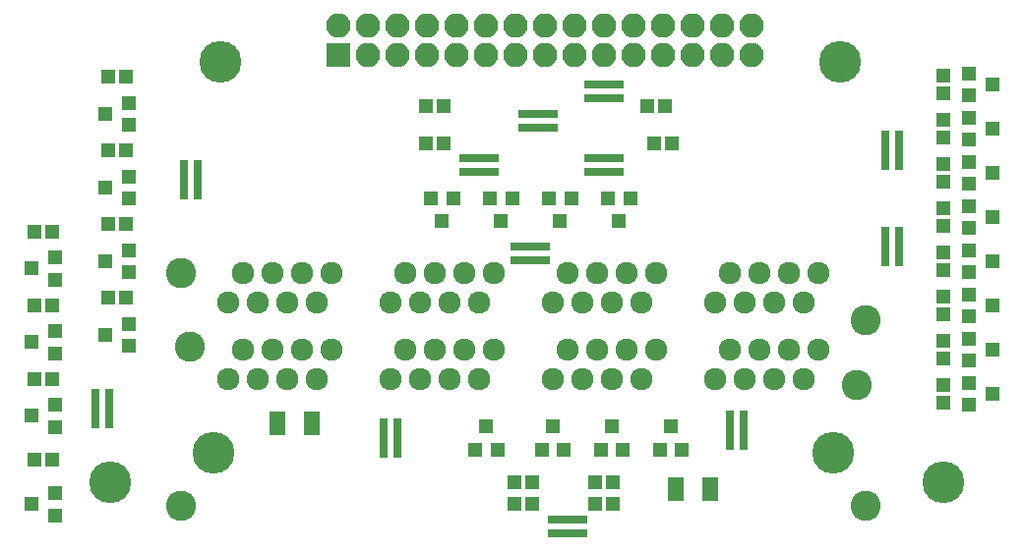
<source format=gbs>
G04 #@! TF.FileFunction,Soldermask,Bot*
%FSLAX46Y46*%
G04 Gerber Fmt 4.6, Leading zero omitted, Abs format (unit mm)*
G04 Created by KiCad (PCBNEW 4.0.6) date 06/24/17 11:43:18*
%MOMM*%
%LPD*%
G01*
G04 APERTURE LIST*
%ADD10C,0.100000*%
%ADD11C,3.600000*%
%ADD12R,1.400000X2.000000*%
%ADD13R,1.200000X1.150000*%
%ADD14R,1.150000X1.200000*%
%ADD15R,1.200000X1.300000*%
%ADD16C,1.924000*%
%ADD17C,2.600000*%
%ADD18R,1.300000X1.200000*%
%ADD19R,0.800000X1.050000*%
%ADD20R,0.800000X0.850000*%
%ADD21R,1.050000X0.800000*%
%ADD22R,0.850000X0.800000*%
%ADD23R,2.100000X2.100000*%
%ADD24O,2.100000X2.100000*%
G04 APERTURE END LIST*
D10*
D11*
X200660000Y-83185000D03*
X147320000Y-83185000D03*
X209550000Y-119380000D03*
D12*
X155170000Y-114300000D03*
X152170000Y-114300000D03*
X186460000Y-120015000D03*
X189460000Y-120015000D03*
D13*
X131330000Y-97790000D03*
X132830000Y-97790000D03*
X131330000Y-104140000D03*
X132830000Y-104140000D03*
X131330000Y-110490000D03*
X132830000Y-110490000D03*
X131330000Y-117475000D03*
X132830000Y-117475000D03*
D14*
X209550000Y-111010000D03*
X209550000Y-112510000D03*
X209550000Y-107200000D03*
X209550000Y-108700000D03*
X209550000Y-103390000D03*
X209550000Y-104890000D03*
X209550000Y-99580000D03*
X209550000Y-101080000D03*
D13*
X174105000Y-121285000D03*
X172605000Y-121285000D03*
X174105000Y-119380000D03*
X172605000Y-119380000D03*
X179590000Y-119380000D03*
X181090000Y-119380000D03*
X179590000Y-121285000D03*
X181090000Y-121285000D03*
X137680000Y-84455000D03*
X139180000Y-84455000D03*
X137680000Y-90805000D03*
X139180000Y-90805000D03*
X137680000Y-97155000D03*
X139180000Y-97155000D03*
X137680000Y-103505000D03*
X139180000Y-103505000D03*
D14*
X209550000Y-95770000D03*
X209550000Y-97270000D03*
X209550000Y-91960000D03*
X209550000Y-93460000D03*
X209550000Y-88150000D03*
X209550000Y-89650000D03*
X209550000Y-84340000D03*
X209550000Y-85840000D03*
D13*
X184670000Y-90170000D03*
X186170000Y-90170000D03*
X184035000Y-86995000D03*
X185535000Y-86995000D03*
X166485000Y-86995000D03*
X164985000Y-86995000D03*
X166485000Y-90170000D03*
X164985000Y-90170000D03*
D15*
X171130000Y-116570000D03*
X169230000Y-116570000D03*
X170180000Y-114570000D03*
X176845000Y-116570000D03*
X174945000Y-116570000D03*
X175895000Y-114570000D03*
X181925000Y-116570000D03*
X180025000Y-116570000D03*
X180975000Y-114570000D03*
X187005000Y-116570000D03*
X185105000Y-116570000D03*
X186055000Y-114570000D03*
X180660000Y-94885000D03*
X182560000Y-94885000D03*
X181610000Y-96885000D03*
X175580000Y-94885000D03*
X177480000Y-94885000D03*
X176530000Y-96885000D03*
X170500000Y-94885000D03*
X172400000Y-94885000D03*
X171450000Y-96885000D03*
X165420000Y-94885000D03*
X167320000Y-94885000D03*
X166370000Y-96885000D03*
D16*
X147955000Y-110490000D03*
X149225000Y-107950000D03*
X150495000Y-110490000D03*
X151765000Y-107950000D03*
X153035000Y-110490000D03*
X154305000Y-107950000D03*
X155575000Y-110490000D03*
X156845000Y-107950000D03*
X161925000Y-110490000D03*
X163195000Y-107950000D03*
X164465000Y-110490000D03*
X165735000Y-107950000D03*
X167005000Y-110490000D03*
X168275000Y-107950000D03*
X169545000Y-110490000D03*
X170815000Y-107950000D03*
X175895000Y-110490000D03*
X177165000Y-107950000D03*
X178435000Y-110490000D03*
X179705000Y-107950000D03*
X180975000Y-110490000D03*
X182245000Y-107950000D03*
X183515000Y-110490000D03*
X184785000Y-107950000D03*
X189865000Y-110490000D03*
X191135000Y-107950000D03*
X192405000Y-110490000D03*
X193675000Y-107950000D03*
X194945000Y-110490000D03*
X196215000Y-107950000D03*
X197485000Y-110490000D03*
X198755000Y-107950000D03*
X156845000Y-101346000D03*
X155575000Y-103886000D03*
X154305000Y-101346000D03*
X153035000Y-103886000D03*
X151765000Y-101346000D03*
X150495000Y-103886000D03*
X149225000Y-101346000D03*
X147955000Y-103886000D03*
X170815000Y-101346000D03*
X169545000Y-103886000D03*
X168275000Y-101346000D03*
X167005000Y-103886000D03*
X165735000Y-101346000D03*
X164465000Y-103886000D03*
X163195000Y-101346000D03*
X161925000Y-103886000D03*
X184785000Y-101346000D03*
X183515000Y-103886000D03*
X182245000Y-101346000D03*
X180975000Y-103886000D03*
X179705000Y-101346000D03*
X178435000Y-103886000D03*
X177165000Y-101346000D03*
X175895000Y-103886000D03*
X198755000Y-101346000D03*
X197485000Y-103886000D03*
X196215000Y-101346000D03*
X194945000Y-103886000D03*
X193675000Y-101346000D03*
X192405000Y-103886000D03*
X191135000Y-101346000D03*
X189865000Y-103886000D03*
D17*
X144655000Y-107690000D03*
X143880000Y-101340000D03*
X143880000Y-121415000D03*
X202830000Y-121415000D03*
X202075000Y-110990000D03*
X202825000Y-105410000D03*
D11*
X146685000Y-116840000D03*
X200025000Y-116840000D03*
D18*
X133080000Y-100015000D03*
X133080000Y-101915000D03*
X131080000Y-100965000D03*
X133080000Y-106365000D03*
X133080000Y-108265000D03*
X131080000Y-107315000D03*
X133080000Y-112715000D03*
X133080000Y-114615000D03*
X131080000Y-113665000D03*
X133080000Y-120335000D03*
X133080000Y-122235000D03*
X131080000Y-121285000D03*
X211725000Y-112710000D03*
X211725000Y-110810000D03*
X213725000Y-111760000D03*
X211725000Y-108900000D03*
X211725000Y-107000000D03*
X213725000Y-107950000D03*
X211725000Y-105090000D03*
X211725000Y-103190000D03*
X213725000Y-104140000D03*
X211725000Y-101280000D03*
X211725000Y-99380000D03*
X213725000Y-100330000D03*
X139430000Y-86680000D03*
X139430000Y-88580000D03*
X137430000Y-87630000D03*
X139430000Y-93030000D03*
X139430000Y-94930000D03*
X137430000Y-93980000D03*
X139430000Y-99380000D03*
X139430000Y-101280000D03*
X137430000Y-100330000D03*
X139430000Y-105730000D03*
X139430000Y-107630000D03*
X137430000Y-106680000D03*
X211725000Y-97470000D03*
X211725000Y-95570000D03*
X213725000Y-96520000D03*
X211725000Y-93660000D03*
X211725000Y-91760000D03*
X213725000Y-92710000D03*
X211725000Y-89850000D03*
X211725000Y-87950000D03*
X213725000Y-88900000D03*
X211725000Y-86040000D03*
X211725000Y-84140000D03*
X213725000Y-85090000D03*
D19*
X136560000Y-111830000D03*
X137760000Y-111830000D03*
X136560000Y-114230000D03*
X137760000Y-114230000D03*
D20*
X136560000Y-112630000D03*
X136560000Y-113430000D03*
X137760000Y-113430000D03*
X137760000Y-112630000D03*
D19*
X205705000Y-100260000D03*
X204505000Y-100260000D03*
X205705000Y-97860000D03*
X204505000Y-97860000D03*
D20*
X205705000Y-99460000D03*
X205705000Y-98660000D03*
X204505000Y-98660000D03*
X204505000Y-99460000D03*
D19*
X161325000Y-114370000D03*
X162525000Y-114370000D03*
X161325000Y-116770000D03*
X162525000Y-116770000D03*
D20*
X161325000Y-115170000D03*
X161325000Y-115970000D03*
X162525000Y-115970000D03*
X162525000Y-115170000D03*
D19*
X192370000Y-116135000D03*
X191170000Y-116135000D03*
X192370000Y-113735000D03*
X191170000Y-113735000D03*
D20*
X192370000Y-115335000D03*
X192370000Y-114535000D03*
X191170000Y-114535000D03*
X191170000Y-115335000D03*
D21*
X178365000Y-122590000D03*
X178365000Y-123790000D03*
X175965000Y-122590000D03*
X175965000Y-123790000D03*
D22*
X177565000Y-122590000D03*
X176765000Y-122590000D03*
X176765000Y-123790000D03*
X177565000Y-123790000D03*
D21*
X179140000Y-86325000D03*
X179140000Y-85125000D03*
X181540000Y-86325000D03*
X181540000Y-85125000D03*
D22*
X179940000Y-86325000D03*
X180740000Y-86325000D03*
X180740000Y-85125000D03*
X179940000Y-85125000D03*
D19*
X144180000Y-92145000D03*
X145380000Y-92145000D03*
X144180000Y-94545000D03*
X145380000Y-94545000D03*
D20*
X144180000Y-92945000D03*
X144180000Y-93745000D03*
X145380000Y-93745000D03*
X145380000Y-92945000D03*
D19*
X205705000Y-92005000D03*
X204505000Y-92005000D03*
X205705000Y-89605000D03*
X204505000Y-89605000D03*
D20*
X205705000Y-91205000D03*
X205705000Y-90405000D03*
X204505000Y-90405000D03*
X204505000Y-91205000D03*
D21*
X181540000Y-91475000D03*
X181540000Y-92675000D03*
X179140000Y-91475000D03*
X179140000Y-92675000D03*
D22*
X180740000Y-91475000D03*
X179940000Y-91475000D03*
X179940000Y-92675000D03*
X180740000Y-92675000D03*
D21*
X170745000Y-91475000D03*
X170745000Y-92675000D03*
X168345000Y-91475000D03*
X168345000Y-92675000D03*
D22*
X169945000Y-91475000D03*
X169145000Y-91475000D03*
X169145000Y-92675000D03*
X169945000Y-92675000D03*
D21*
X173425000Y-88865000D03*
X173425000Y-87665000D03*
X175825000Y-88865000D03*
X175825000Y-87665000D03*
D22*
X174225000Y-88865000D03*
X175025000Y-88865000D03*
X175025000Y-87665000D03*
X174225000Y-87665000D03*
D21*
X172790000Y-100295000D03*
X172790000Y-99095000D03*
X175190000Y-100295000D03*
X175190000Y-99095000D03*
D22*
X173590000Y-100295000D03*
X174390000Y-100295000D03*
X174390000Y-99095000D03*
X173590000Y-99095000D03*
D11*
X137795000Y-119380000D03*
D23*
X157480000Y-82550000D03*
D24*
X157480000Y-80010000D03*
X160020000Y-82550000D03*
X160020000Y-80010000D03*
X162560000Y-82550000D03*
X162560000Y-80010000D03*
X165100000Y-82550000D03*
X165100000Y-80010000D03*
X167640000Y-82550000D03*
X167640000Y-80010000D03*
X170180000Y-82550000D03*
X170180000Y-80010000D03*
X172720000Y-82550000D03*
X172720000Y-80010000D03*
X175260000Y-82550000D03*
X175260000Y-80010000D03*
X177800000Y-82550000D03*
X177800000Y-80010000D03*
X180340000Y-82550000D03*
X180340000Y-80010000D03*
X182880000Y-82550000D03*
X182880000Y-80010000D03*
X185420000Y-82550000D03*
X185420000Y-80010000D03*
X187960000Y-82550000D03*
X187960000Y-80010000D03*
X190500000Y-82550000D03*
X190500000Y-80010000D03*
X193040000Y-82550000D03*
X193040000Y-80010000D03*
M02*

</source>
